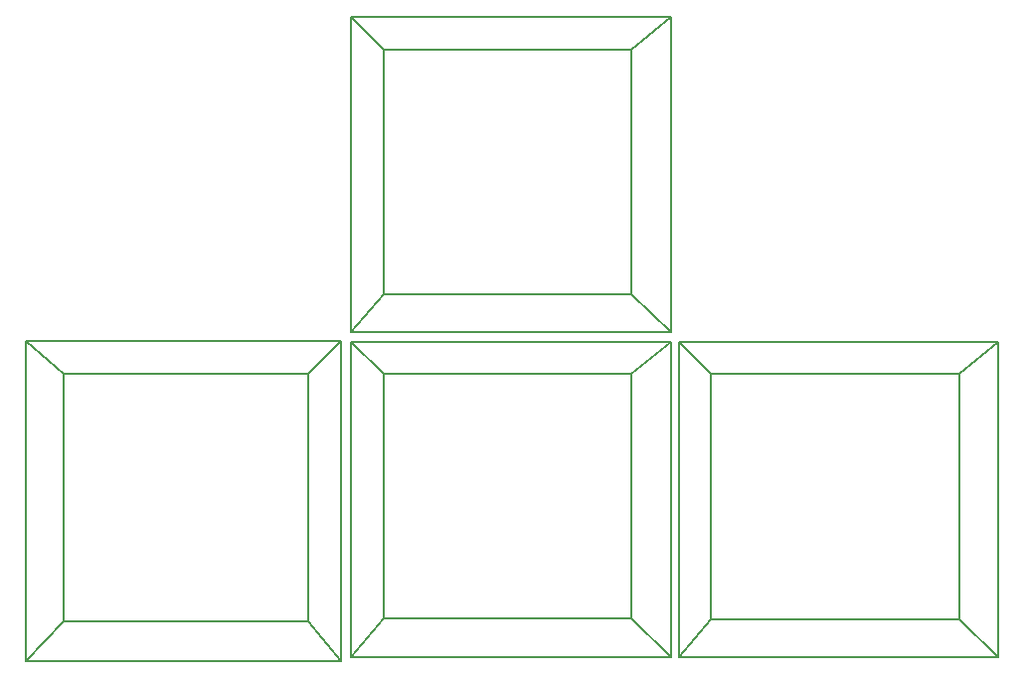
<source format=gbr>
%TF.GenerationSoftware,KiCad,Pcbnew,(5.1.10)-1*%
%TF.CreationDate,2021-10-08T21:32:13-04:00*%
%TF.ProjectId,mino_base,6d696e6f-5f62-4617-9365-2e6b69636164,rev?*%
%TF.SameCoordinates,Original*%
%TF.FileFunction,Legend,Top*%
%TF.FilePolarity,Positive*%
%FSLAX46Y46*%
G04 Gerber Fmt 4.6, Leading zero omitted, Abs format (unit mm)*
G04 Created by KiCad (PCBNEW (5.1.10)-1) date 2021-10-08 21:32:13*
%MOMM*%
%LPD*%
G01*
G04 APERTURE LIST*
%ADD10C,0.200000*%
G04 APERTURE END LIST*
D10*
X170239790Y-103995700D02*
X173591690Y-107265000D01*
X170239790Y-83160200D02*
X173591690Y-80400100D01*
X149118890Y-83160200D02*
X149118890Y-83160200D01*
X170239890Y-83160200D02*
X170239890Y-103995700D01*
X149118890Y-83160200D02*
X170239890Y-83160200D01*
X173591690Y-80400100D02*
X173591690Y-107265000D01*
X149118890Y-131631030D02*
X146358890Y-134900346D01*
X173591690Y-134900346D02*
X146358890Y-134900346D01*
X170239790Y-110795700D02*
X173591690Y-108035500D01*
X170239890Y-110795500D02*
X170239890Y-131631030D01*
X146358890Y-80400100D02*
X149118890Y-83160200D01*
X149118890Y-110795500D02*
X170239890Y-110795500D01*
X146358890Y-108035500D02*
X173591690Y-108035500D01*
X173591690Y-108035500D02*
X173591690Y-134900346D01*
X177023590Y-110826600D02*
X177023590Y-110826600D01*
X198144490Y-110826600D02*
X198144490Y-131662070D01*
X149118890Y-110795500D02*
X149118890Y-110795500D01*
X177023590Y-131662070D02*
X177023590Y-110826600D01*
X177023590Y-110826600D02*
X198144490Y-110826600D01*
X146358890Y-80400100D02*
X146358890Y-80400100D01*
X198144490Y-131662070D02*
X177023590Y-131662070D01*
X174263490Y-108066600D02*
X174263490Y-108066600D01*
X174263490Y-134931378D02*
X174263490Y-108066600D01*
X201496290Y-134931378D02*
X174263490Y-134931378D01*
X201496290Y-108066600D02*
X201496290Y-134931378D01*
X174263490Y-108066600D02*
X201496290Y-108066600D01*
X170239790Y-131631030D02*
X173591690Y-134900346D01*
X146358890Y-108035500D02*
X149118890Y-110795700D01*
X149118890Y-131631030D02*
X149118890Y-110795500D01*
X149118890Y-103995700D02*
X149118890Y-83160200D01*
X173591690Y-107265000D02*
X146358890Y-107265000D01*
X170239890Y-131631030D02*
X149118890Y-131631030D01*
X170239890Y-103995700D02*
X149118890Y-103995700D01*
X146358890Y-80400100D02*
X173591690Y-80400100D01*
X146358890Y-108035500D02*
X146358890Y-108035500D01*
X146358890Y-107265000D02*
X146358890Y-80400100D01*
X146358890Y-134900346D02*
X146358890Y-108035500D01*
X149118890Y-103995700D02*
X146358890Y-107265000D01*
X121920000Y-131864900D02*
X121920000Y-110744000D01*
X198144490Y-110826600D02*
X201496290Y-108066600D01*
X145515590Y-107983800D02*
X145515590Y-107983800D01*
X142755490Y-131864900D02*
X121920000Y-131864900D01*
X121920000Y-110744000D02*
X118650741Y-107983800D01*
X174263490Y-108066600D02*
X177023590Y-110826600D01*
X118650741Y-135216737D02*
X118650741Y-107983800D01*
X198144490Y-131662070D02*
X201496290Y-134931378D01*
X121920000Y-131864850D02*
X118650741Y-135216737D01*
X145515590Y-135216737D02*
X118650741Y-135216737D01*
X142755490Y-131864850D02*
X145515590Y-135216737D01*
X145515590Y-107983800D02*
X142755490Y-110744000D01*
X142755490Y-110744000D02*
X142755490Y-110744000D01*
X177023590Y-131662070D02*
X174263490Y-134931378D01*
X142755490Y-110744000D02*
X142755490Y-131864900D01*
X118650741Y-107983800D02*
X145515590Y-107983800D01*
X145515590Y-107983800D02*
X145515590Y-135216737D01*
X121920000Y-110744000D02*
X142755490Y-110744000D01*
M02*

</source>
